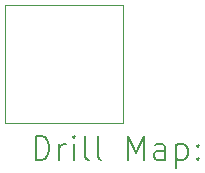
<source format=gbr>
%TF.GenerationSoftware,KiCad,Pcbnew,8.0.3*%
%TF.CreationDate,2025-01-03T03:50:19-05:00*%
%TF.ProjectId,Ni-MH-Chromatic,4e692d4d-482d-4436-9872-6f6d61746963,rev?*%
%TF.SameCoordinates,Original*%
%TF.FileFunction,Drillmap*%
%TF.FilePolarity,Positive*%
%FSLAX45Y45*%
G04 Gerber Fmt 4.5, Leading zero omitted, Abs format (unit mm)*
G04 Created by KiCad (PCBNEW 8.0.3) date 2025-01-03 03:50:19*
%MOMM*%
%LPD*%
G01*
G04 APERTURE LIST*
%ADD10C,0.050000*%
%ADD11C,0.200000*%
G04 APERTURE END LIST*
D10*
X15955000Y-8850000D02*
X16955000Y-8850000D01*
X16955000Y-9850000D01*
X15955000Y-9850000D01*
X15955000Y-8850000D01*
D11*
X16213277Y-10163984D02*
X16213277Y-9963984D01*
X16213277Y-9963984D02*
X16260896Y-9963984D01*
X16260896Y-9963984D02*
X16289467Y-9973508D01*
X16289467Y-9973508D02*
X16308515Y-9992555D01*
X16308515Y-9992555D02*
X16318039Y-10011603D01*
X16318039Y-10011603D02*
X16327562Y-10049698D01*
X16327562Y-10049698D02*
X16327562Y-10078270D01*
X16327562Y-10078270D02*
X16318039Y-10116365D01*
X16318039Y-10116365D02*
X16308515Y-10135412D01*
X16308515Y-10135412D02*
X16289467Y-10154460D01*
X16289467Y-10154460D02*
X16260896Y-10163984D01*
X16260896Y-10163984D02*
X16213277Y-10163984D01*
X16413277Y-10163984D02*
X16413277Y-10030650D01*
X16413277Y-10068746D02*
X16422801Y-10049698D01*
X16422801Y-10049698D02*
X16432324Y-10040174D01*
X16432324Y-10040174D02*
X16451372Y-10030650D01*
X16451372Y-10030650D02*
X16470420Y-10030650D01*
X16537086Y-10163984D02*
X16537086Y-10030650D01*
X16537086Y-9963984D02*
X16527562Y-9973508D01*
X16527562Y-9973508D02*
X16537086Y-9983031D01*
X16537086Y-9983031D02*
X16546610Y-9973508D01*
X16546610Y-9973508D02*
X16537086Y-9963984D01*
X16537086Y-9963984D02*
X16537086Y-9983031D01*
X16660896Y-10163984D02*
X16641848Y-10154460D01*
X16641848Y-10154460D02*
X16632324Y-10135412D01*
X16632324Y-10135412D02*
X16632324Y-9963984D01*
X16765658Y-10163984D02*
X16746610Y-10154460D01*
X16746610Y-10154460D02*
X16737086Y-10135412D01*
X16737086Y-10135412D02*
X16737086Y-9963984D01*
X16994229Y-10163984D02*
X16994229Y-9963984D01*
X16994229Y-9963984D02*
X17060896Y-10106841D01*
X17060896Y-10106841D02*
X17127563Y-9963984D01*
X17127563Y-9963984D02*
X17127563Y-10163984D01*
X17308515Y-10163984D02*
X17308515Y-10059222D01*
X17308515Y-10059222D02*
X17298991Y-10040174D01*
X17298991Y-10040174D02*
X17279944Y-10030650D01*
X17279944Y-10030650D02*
X17241848Y-10030650D01*
X17241848Y-10030650D02*
X17222801Y-10040174D01*
X17308515Y-10154460D02*
X17289467Y-10163984D01*
X17289467Y-10163984D02*
X17241848Y-10163984D01*
X17241848Y-10163984D02*
X17222801Y-10154460D01*
X17222801Y-10154460D02*
X17213277Y-10135412D01*
X17213277Y-10135412D02*
X17213277Y-10116365D01*
X17213277Y-10116365D02*
X17222801Y-10097317D01*
X17222801Y-10097317D02*
X17241848Y-10087793D01*
X17241848Y-10087793D02*
X17289467Y-10087793D01*
X17289467Y-10087793D02*
X17308515Y-10078270D01*
X17403753Y-10030650D02*
X17403753Y-10230650D01*
X17403753Y-10040174D02*
X17422801Y-10030650D01*
X17422801Y-10030650D02*
X17460896Y-10030650D01*
X17460896Y-10030650D02*
X17479944Y-10040174D01*
X17479944Y-10040174D02*
X17489467Y-10049698D01*
X17489467Y-10049698D02*
X17498991Y-10068746D01*
X17498991Y-10068746D02*
X17498991Y-10125889D01*
X17498991Y-10125889D02*
X17489467Y-10144936D01*
X17489467Y-10144936D02*
X17479944Y-10154460D01*
X17479944Y-10154460D02*
X17460896Y-10163984D01*
X17460896Y-10163984D02*
X17422801Y-10163984D01*
X17422801Y-10163984D02*
X17403753Y-10154460D01*
X17584705Y-10144936D02*
X17594229Y-10154460D01*
X17594229Y-10154460D02*
X17584705Y-10163984D01*
X17584705Y-10163984D02*
X17575182Y-10154460D01*
X17575182Y-10154460D02*
X17584705Y-10144936D01*
X17584705Y-10144936D02*
X17584705Y-10163984D01*
X17584705Y-10040174D02*
X17594229Y-10049698D01*
X17594229Y-10049698D02*
X17584705Y-10059222D01*
X17584705Y-10059222D02*
X17575182Y-10049698D01*
X17575182Y-10049698D02*
X17584705Y-10040174D01*
X17584705Y-10040174D02*
X17584705Y-10059222D01*
M02*

</source>
